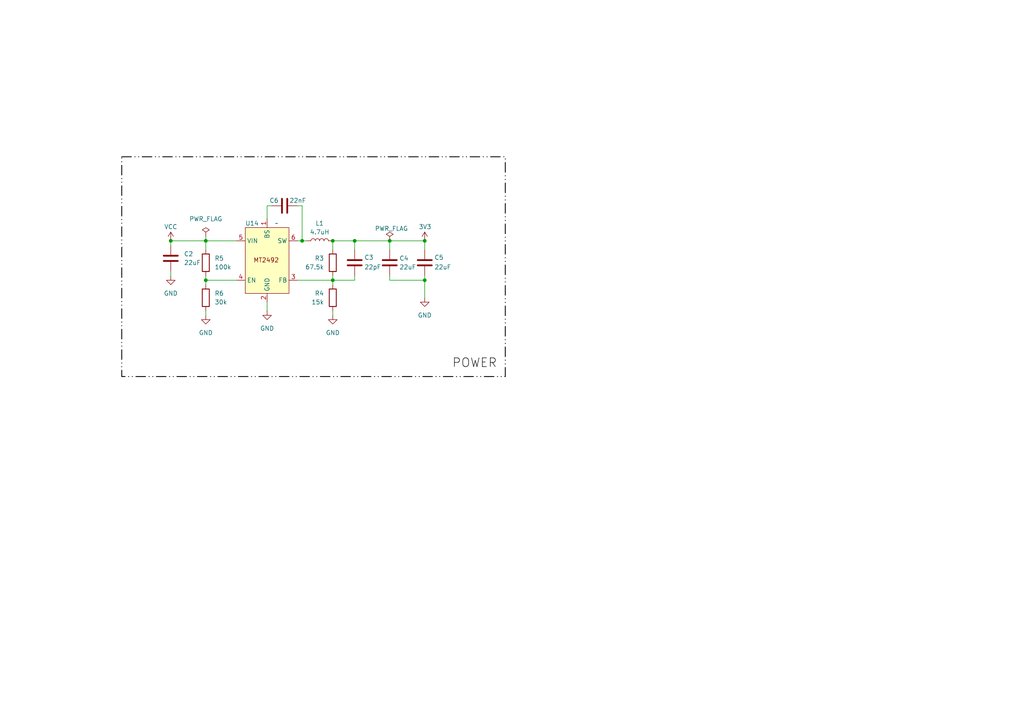
<source format=kicad_sch>
(kicad_sch (version 20231120) (generator "eeschema") (generator_version "8.0")
  (paper "A4")
  (lib_symbols
    (symbol "Device:C" (pin_numbers hide) (pin_names (offset 0.254))
      (property "Reference" "C" (at 0.635 2.54 0))
      (property "Value" "C" (at 0.635 -2.54 0))
      (symbol "C_0_1"
        (polyline (pts (xy -2.032 -0.762) (xy 2.032 -0.762)) (stroke (width 0.508)))
        (polyline (pts (xy -2.032 0.762) (xy 2.032 0.762)) (stroke (width 0.508)))
      )
      (symbol "C_1_1"
        (pin passive line (at 0 3.81 270) (length 2.794) (name "~") (number "1"))
        (pin passive line (at 0 -3.81 90) (length 2.794) (name "~") (number "2"))
      )
    )
    (symbol "Device:L" (pin_numbers hide) (pin_names (offset 1.016) hide)
      (property "Reference" "L" (at -1.27 0 90))
      (property "Value" "L" (at 1.905 0 90))
      (symbol "L_0_1"
        (arc (start 0 -2.54) (mid 0.6323 -1.905) (end 0 -1.27))
        (arc (start 0 -1.27) (mid 0.6323 -0.635) (end 0 0))
        (arc (start 0 0) (mid 0.6323 0.635) (end 0 1.27))
        (arc (start 0 1.27) (mid 0.6323 1.905) (end 0 2.54))
      )
      (symbol "L_1_1"
        (pin passive line (at 0 3.81 270) (length 1.27) (name "1") (number "1"))
        (pin passive line (at 0 -3.81 90) (length 1.27) (name "2") (number "2"))
      )
    )
    (symbol "Device:R" (pin_numbers hide) (pin_names (offset 0))
      (property "Reference" "R" (at 2.032 0 90))
      (property "Value" "R" (at 0 0 90))
      (symbol "R_0_1"
        (rectangle (start -1.016 -2.54) (end 1.016 2.54) (stroke (width 0.254)))
      )
      (symbol "R_1_1"
        (pin passive line (at 0 3.81 270) (length 1.27) (name "~") (number "1"))
        (pin passive line (at 0 -3.81 90) (length 1.27) (name "~") (number "2"))
      )
    )
    (symbol "HdmiSwitch:MT2492"
      (property "Reference" "U" (at 0 1.524 0))
      (symbol "MT2492_1_1"
        (rectangle (start 0 0) (end 12.7 -19.05) (fill (type background)))
        (text "MT2492" (at 6.096 -9.398 0) (effects (font (size 1.27 1.27))))
        (pin passive line (at 6.35 2.54 270) (length 2.54) (name "BS") (number "1"))
        (pin power_in line (at 6.35 -21.59 90) (length 2.54) (name "GND") (number "2"))
        (pin passive line (at 15.24 -15.24 180) (length 2.54) (name "FB") (number "3"))
        (pin passive line (at -2.54 -15.24 0) (length 2.54) (name "EN") (number "4"))
        (pin power_in line (at -2.54 -3.81 0) (length 2.54) (name "VIN") (number "5"))
        (pin passive line (at 15.24 -3.81 180) (length 2.54) (name "SW") (number "6"))
      )
    )
    (symbol "power:GND" (power) (pin_numbers hide) (pin_names (offset 0) hide)
      (property "Value" "GND" (at 0 -3.81 0))
      (symbol "GND_0_1"
        (polyline (pts (xy 0 0) (xy 0 -1.27) (xy 1.27 -1.27) (xy 0 -2.54) (xy -1.27 -1.27) (xy 0 -1.27)))
      )
      (symbol "GND_1_1"
        (pin power_in line (at 0 0 270) (length 0) (name "~") (number "1"))
      )
    )
    (symbol "power:PWR_FLAG" (power) (pin_numbers hide) (pin_names (offset 0) hide)
      (property "Value" "PWR_FLAG" (at 0 3.81 0))
      (symbol "PWR_FLAG_0_0"
        (pin power_out line (at 0 0 90) (length 0) (name "~") (number "1"))
      )
      (symbol "PWR_FLAG_0_1"
        (polyline (pts (xy 0 0) (xy 0 1.27) (xy -1.016 1.905) (xy 0 2.54) (xy 1.016 1.905) (xy 0 1.27)))
      )
    )
    (symbol "power:VCC" (power) (pin_numbers hide) (pin_names (offset 0) hide)
      (property "Value" "VCC" (at 0 3.556 0))
      (symbol "VCC_0_1"
        (polyline (pts (xy -0.762 1.27) (xy 0 2.54)))
        (polyline (pts (xy 0 0) (xy 0 2.54)))
        (polyline (pts (xy 0 2.54) (xy 0.762 1.27)))
      )
      (symbol "VCC_1_1"
        (pin power_in line (at 0 0 90) (length 0) (name "~") (number "1"))
      )
    )
  )
  (junction (at 96.52 81.28))
  (junction (at 123.19 69.85))
  (junction (at 123.19 81.28))
  (junction (at 102.87 69.85))
  (junction (at 59.69 81.28))
  (junction (at 59.69 69.85))
  (junction (at 113.03 69.85))
  (junction (at 96.52 69.85))
  (junction (at 49.53 69.85))
  (junction (at 87.63 69.85))
  (wire (pts (xy 77.47 87.63) (xy 77.47 90.17)))
  (wire (pts (xy 96.52 90.17) (xy 96.52 91.44)))
  (wire (pts (xy 123.19 80.01) (xy 123.19 81.28)))
  (wire (pts (xy 102.87 69.85) (xy 113.03 69.85)))
  (wire (pts (xy 88.9 69.85) (xy 87.63 69.85)))
  (wire (pts (xy 96.52 81.28) (xy 96.52 82.55)))
  (wire (pts (xy 123.19 81.28) (xy 123.19 86.36)))
  (wire (pts (xy 113.03 80.01) (xy 113.03 81.28)))
  (wire (pts (xy 87.63 69.85) (xy 86.36 69.85)))
  (wire (pts (xy 59.69 80.01) (xy 59.69 81.28)))
  (wire (pts (xy 59.69 68.58) (xy 59.69 69.85)))
  (wire (pts (xy 68.58 69.85) (xy 59.69 69.85)))
  (wire (pts (xy 49.53 78.74) (xy 49.53 80.01)))
  (wire (pts (xy 113.03 69.85) (xy 123.19 69.85)))
  (wire (pts (xy 49.53 69.85) (xy 49.53 71.12)))
  (wire (pts (xy 78.74 59.69) (xy 77.47 59.69)))
  (wire (pts (xy 96.52 80.01) (xy 96.52 81.28)))
  (wire (pts (xy 113.03 69.85) (xy 113.03 72.39)))
  (wire (pts (xy 96.52 69.85) (xy 102.87 69.85)))
  (wire (pts (xy 86.36 59.69) (xy 87.63 59.69)))
  (wire (pts (xy 59.69 90.17) (xy 59.69 91.44)))
  (wire (pts (xy 96.52 69.85) (xy 96.52 72.39)))
  (wire (pts (xy 123.19 72.39) (xy 123.19 69.85)))
  (wire (pts (xy 77.47 59.69) (xy 77.47 63.5)))
  (wire (pts (xy 49.53 69.85) (xy 59.69 69.85)))
  (wire (pts (xy 113.03 81.28) (xy 123.19 81.28)))
  (wire (pts (xy 102.87 72.39) (xy 102.87 69.85)))
  (wire (pts (xy 59.69 69.85) (xy 59.69 72.39)))
  (wire (pts (xy 59.69 81.28) (xy 59.69 82.55)))
  (wire (pts (xy 86.36 81.28) (xy 96.52 81.28)))
  (wire (pts (xy 59.69 81.28) (xy 68.58 81.28)))
  (wire (pts (xy 102.87 81.28) (xy 96.52 81.28)))
  (wire (pts (xy 87.63 59.69) (xy 87.63 69.85)))
  (wire (pts (xy 102.87 80.01) (xy 102.87 81.28)))
  (rectangle (start 35.306 45.466) (end 146.558 109.22) (stroke (width 0.254) (type dash_dot_dot) (color 0 0 0 1)))
  (rectangle (start 35.56 71.628) (end 35.56 71.628))
  (text "POWER" (at 137.668 105.41 0) (effects (font (size 2.54 2.54))))
  (symbol (lib_id "power:GND") (at 123.19 86.36 0) (unit 1)
    (property "Reference" "#PWR048" (effects (hide yes)))
    (property "Value" "GND" (at 123.19 91.44 0))
    (property "Description" "Power symbol creates a global label with name \"GND\" , ground" (effects (hide yes)))
  )
  (symbol (lib_id "Device:C") (at 82.55 59.69 90) (unit 1)
    (property "Reference" "C6" (at 79.502 58.166 90))
    (property "Value" "22nF" (at 86.36 58.166 90))
    (property "Description" "Unpolarized capacitor" (effects (hide yes)))
  )
  (symbol (lib_id "power:GND") (at 49.53 80.01 0) (unit 1)
    (property "Reference" "#PWR045" (effects (hide yes)))
    (property "Value" "GND" (at 49.53 85.09 0))
    (property "Description" "Power symbol creates a global label with name \"GND\" , ground" (effects (hide yes)))
  )
  (symbol (lib_id "power:PWR_FLAG") (at 59.69 68.58 0) (unit 1)
    (property "Reference" "#FLG01" (effects (hide yes)))
    (property "Value" "PWR_FLAG" (at 59.69 63.5 0))
    (property "Description" "Special symbol for telling ERC where power comes from" (effects (hide yes)))
  )
  (symbol (lib_id "power:GND") (at 59.69 91.44 0) (unit 1)
    (property "Reference" "#PWR049" (effects (hide yes)))
    (property "Value" "GND" (at 59.69 96.52 0))
    (property "Description" "Power symbol creates a global label with name \"GND\" , ground" (effects (hide yes)))
  )
  (symbol (lib_id "power:GND") (at 77.47 90.17 0) (unit 1)
    (property "Reference" "#PWR051" (effects (hide yes)))
    (property "Value" "GND" (at 77.47 95.25 0))
    (property "Description" "Power symbol creates a global label with name \"GND\" , ground" (effects (hide yes)))
  )
  (symbol (lib_id "power:VCC") (at 123.19 69.85 0) (unit 1)
    (property "Reference" "#PWR050" (effects (hide yes)))
    (property "Value" "3V3" (at 121.412 65.786 0) (effects (justify left)))
    (property "Description" "Power symbol creates a global label with name \"VCC\"" (effects (hide yes)))
  )
  (symbol (lib_id "Device:R") (at 59.69 86.36 0) (unit 1)
    (property "Reference" "R6" (at 62.23 85.0899 0) (effects (justify left)))
    (property "Value" "30k" (at 62.23 87.6299 0) (effects (justify left)))
    (property "Description" "Resistor" (effects (hide yes)))
  )
  (symbol (lib_id "HdmiSwitch:MT2492") (at 71.12 66.04 0) (unit 1)
    (property "Reference" "U14" (at 71.12 64.77 0) (effects (justify left)))
    (property "Value" "~" (at 79.6641 64.77 0) (effects (justify left)))
  )
  (symbol (lib_id "Device:C") (at 113.03 76.2 0) (unit 1)
    (property "Reference" "C4" (at 115.824 74.93 0) (effects (justify left)))
    (property "Value" "22uF" (at 115.824 77.47 0) (effects (justify left)))
    (property "Description" "Unpolarized capacitor" (effects (hide yes)))
  )
  (symbol (lib_id "power:VCC") (at 49.53 69.85 0) (unit 1)
    (property "Reference" "#PWR046" (effects (hide yes)))
    (property "Value" "VCC" (at 49.53 65.786 0))
    (property "Description" "Power symbol creates a global label with name \"VCC\"" (effects (hide yes)))
  )
  (symbol (lib_id "Device:R") (at 96.52 76.2 0) (mirror y) (unit 1)
    (property "Reference" "R3" (at 93.98 74.9299 0) (effects (justify left)))
    (property "Value" "67.5k" (at 93.98 77.4699 0) (effects (justify left)))
    (property "Description" "Resistor" (effects (hide yes)))
  )
  (symbol (lib_id "Device:L") (at 92.71 69.85 90) (unit 1)
    (property "Reference" "L1" (at 92.71 64.77 90))
    (property "Value" "4.7uH" (at 92.71 67.31 90))
    (property "Description" "Inductor" (effects (hide yes)))
  )
  (symbol (lib_id "power:GND") (at 96.52 91.44 0) (unit 1)
    (property "Reference" "#PWR047" (effects (hide yes)))
    (property "Value" "GND" (at 96.52 96.52 0))
    (property "Description" "Power symbol creates a global label with name \"GND\" , ground" (effects (hide yes)))
  )
  (symbol (lib_id "Device:C") (at 123.19 76.2 0) (unit 1)
    (property "Reference" "C5" (at 125.984 74.676 0) (effects (justify left)))
    (property "Value" "22uF" (at 125.984 77.47 0) (effects (justify left)))
    (property "Description" "Unpolarized capacitor" (effects (hide yes)))
  )
  (symbol (lib_id "Device:C") (at 102.87 76.2 0) (unit 1)
    (property "Reference" "C3" (at 105.664 74.676 0) (effects (justify left)))
    (property "Value" "22pF" (at 105.664 77.47 0) (effects (justify left)))
    (property "Description" "Unpolarized capacitor" (effects (hide yes)))
  )
  (symbol (lib_id "Device:C") (at 49.53 74.93 0) (unit 1)
    (property "Reference" "C2" (at 53.34 73.6599 0) (effects (justify left)))
    (property "Value" "22uF" (at 53.34 76.1999 0) (effects (justify left)))
    (property "Description" "Unpolarized capacitor" (effects (hide yes)))
  )
  (symbol (lib_id "Device:R") (at 96.52 86.36 0) (mirror y) (unit 1)
    (property "Reference" "R4" (at 93.98 85.0899 0) (effects (justify left)))
    (property "Value" "15k" (at 93.98 87.6299 0) (effects (justify left)))
    (property "Description" "Resistor" (effects (hide yes)))
  )
  (symbol (lib_id "power:PWR_FLAG") (at 113.03 69.85 0) (unit 1)
    (property "Reference" "#FLG02" (effects (hide yes)))
    (property "Value" "PWR_FLAG" (at 113.538 66.294 0))
    (property "Description" "Special symbol for telling ERC where power comes from" (effects (hide yes)))
  )
  (symbol (lib_id "Device:R") (at 59.69 76.2 0) (unit 1)
    (property "Reference" "R5" (at 62.23 74.9299 0) (effects (justify left)))
    (property "Value" "100k" (at 62.23 77.4699 0) (effects (justify left)))
    (property "Description" "Resistor" (effects (hide yes)))
  )
)
</source>
